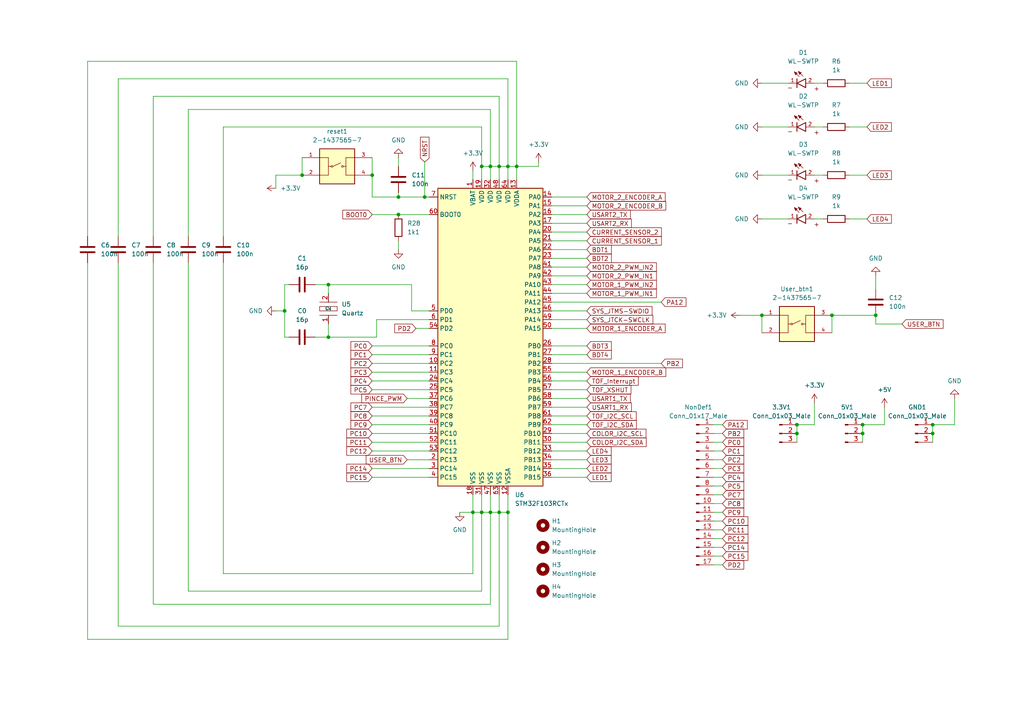
<source format=kicad_sch>
(kicad_sch (version 20211123) (generator eeschema)
  (paper "A4")
  (lib_symbols
    (symbol "2-1437565-7:2-1437565-7" (pin_names (offset 1.016))
      (property "Reference" "S" (at -4.5754 5.5922 0))
      (property "Value" "2-1437565-7" (at -5.0894 -6.8707 0))
      (symbol "2-1437565-7_0_0"
        (rectangle (start -5.08 -5.08) (end 5.08 5.08) (stroke (width 0.254)) (fill (type background)))
        (circle (center -1.524 0) (radius 0.254) (stroke (width 0.1524)))
        (polyline (pts (xy -5.08 2.54) (xy -2.54 2.54)) (stroke (width 0.1524)))
        (polyline (pts (xy -2.54 -2.54) (xy -5.08 -2.54)) (stroke (width 0.1524)))
        (polyline (pts (xy -2.54 0) (xy -2.54 -2.54)) (stroke (width 0.1524)))
        (polyline (pts (xy -2.54 0) (xy -1.778 0)) (stroke (width 0.1524)))
        (polyline (pts (xy -2.54 2.54) (xy -2.54 0)) (stroke (width 0.1524)))
        (polyline (pts (xy -1.27 0) (xy 1.016 1.016)) (stroke (width 0.1524)))
        (polyline (pts (xy 2.54 -2.54) (xy 5.08 -2.54)) (stroke (width 0.1524)))
        (polyline (pts (xy 2.54 0) (xy 1.778 0)) (stroke (width 0.1524)))
        (polyline (pts (xy 2.54 0) (xy 2.54 -2.54)) (stroke (width 0.1524)))
        (polyline (pts (xy 2.54 2.54) (xy 2.54 0)) (stroke (width 0.1524)))
        (polyline (pts (xy 5.08 2.54) (xy 2.54 2.54)) (stroke (width 0.1524)))
        (circle (center 1.524 0) (radius 0.254) (stroke (width 0.1524)))
        (pin passive line (at -10.16 2.54 0) (length 5.08) (name "~") (number "1"))
        (pin passive line (at -10.16 -2.54 0) (length 5.08) (name "~") (number "2"))
        (pin passive line (at 10.16 2.54 180) (length 5.08) (name "~") (number "3"))
        (pin passive line (at 10.16 -2.54 180) (length 5.08) (name "~") (number "4"))
      )
    )
    (symbol "Connector:Conn_01x03_Male" (pin_names (offset 1.016) hide)
      (property "Reference" "J" (at 0 5.08 0))
      (property "Value" "Conn_01x03_Male" (at 0 -5.08 0))
      (symbol "Conn_01x03_Male_1_1"
        (polyline (pts (xy 1.27 -2.54) (xy 0.8636 -2.54)) (stroke (width 0.1524)))
        (polyline (pts (xy 1.27 0) (xy 0.8636 0)) (stroke (width 0.1524)))
        (polyline (pts (xy 1.27 2.54) (xy 0.8636 2.54)) (stroke (width 0.1524)))
        (rectangle (start 0.8636 -2.413) (end 0 -2.667) (stroke (width 0.1524)) (fill (type outline)))
        (rectangle (start 0.8636 0.127) (end 0 -0.127) (stroke (width 0.1524)) (fill (type outline)))
        (rectangle (start 0.8636 2.667) (end 0 2.413) (stroke (width 0.1524)) (fill (type outline)))
        (pin passive line (at 5.08 2.54 180) (length 3.81) (name "Pin_1") (number "1"))
        (pin passive line (at 5.08 0 180) (length 3.81) (name "Pin_2") (number "2"))
        (pin passive line (at 5.08 -2.54 180) (length 3.81) (name "Pin_3") (number "3"))
      )
    )
    (symbol "Connector:Conn_01x17_Male" (pin_names (offset 1.016) hide)
      (property "Reference" "J" (at 0 22.86 0))
      (property "Value" "Conn_01x17_Male" (at 0 -22.86 0))
      (symbol "Conn_01x17_Male_1_1"
        (polyline (pts (xy 1.27 -20.32) (xy 0.8636 -20.32)) (stroke (width 0.1524)))
        (polyline (pts (xy 1.27 -17.78) (xy 0.8636 -17.78)) (stroke (width 0.1524)))
        (polyline (pts (xy 1.27 -15.24) (xy 0.8636 -15.24)) (stroke (width 0.1524)))
        (polyline (pts (xy 1.27 -12.7) (xy 0.8636 -12.7)) (stroke (width 0.1524)))
        (polyline (pts (xy 1.27 -10.16) (xy 0.8636 -10.16)) (stroke (width 0.1524)))
        (polyline (pts (xy 1.27 -7.62) (xy 0.8636 -7.62)) (stroke (width 0.1524)))
        (polyline (pts (xy 1.27 -5.08) (xy 0.8636 -5.08)) (stroke (width 0.1524)))
        (polyline (pts (xy 1.27 -2.54) (xy 0.8636 -2.54)) (stroke (width 0.1524)))
        (polyline (pts (xy 1.27 0) (xy 0.8636 0)) (stroke (width 0.1524)))
        (polyline (pts (xy 1.27 2.54) (xy 0.8636 2.54)) (stroke (width 0.1524)))
        (polyline (pts (xy 1.27 5.08) (xy 0.8636 5.08)) (stroke (width 0.1524)))
        (polyline (pts (xy 1.27 7.62) (xy 0.8636 7.62)) (stroke (width 0.1524)))
        (polyline (pts (xy 1.27 10.16) (xy 0.8636 10.16)) (stroke (width 0.1524)))
        (polyline (pts (xy 1.27 12.7) (xy 0.8636 12.7)) (stroke (width 0.1524)))
        (polyline (pts (xy 1.27 15.24) (xy 0.8636 15.24)) (stroke (width 0.1524)))
        (polyline (pts (xy 1.27 17.78) (xy 0.8636 17.78)) (stroke (width 0.1524)))
        (polyline (pts (xy 1.27 20.32) (xy 0.8636 20.32)) (stroke (width 0.1524)))
        (rectangle (start 0.8636 -20.193) (end 0 -20.447) (stroke (width 0.1524)) (fill (type outline)))
        (rectangle (start 0.8636 -17.653) (end 0 -17.907) (stroke (width 0.1524)) (fill (type outline)))
        (rectangle (start 0.8636 -15.113) (end 0 -15.367) (stroke (width 0.1524)) (fill (type outline)))
        (rectangle (start 0.8636 -12.573) (end 0 -12.827) (stroke (width 0.1524)) (fill (type outline)))
        (rectangle (start 0.8636 -10.033) (end 0 -10.287) (stroke (width 0.1524)) (fill (type outline)))
        (rectangle (start 0.8636 -7.493) (end 0 -7.747) (stroke (width 0.1524)) (fill (type outline)))
        (rectangle (start 0.8636 -4.953) (end 0 -5.207) (stroke (width 0.1524)) (fill (type outline)))
        (rectangle (start 0.8636 -2.413) (end 0 -2.667) (stroke (width 0.1524)) (fill (type outline)))
        (rectangle (start 0.8636 0.127) (end 0 -0.127) (stroke (width 0.1524)) (fill (type outline)))
        (rectangle (start 0.8636 2.667) (end 0 2.413) (stroke (width 0.1524)) (fill (type outline)))
        (rectangle (start 0.8636 5.207) (end 0 4.953) (stroke (width 0.1524)) (fill (type outline)))
        (rectangle (start 0.8636 7.747) (end 0 7.493) (stroke (width 0.1524)) (fill (type outline)))
        (rectangle (start 0.8636 10.287) (end 0 10.033) (stroke (width 0.1524)) (fill (type outline)))
        (rectangle (start 0.8636 12.827) (end 0 12.573) (stroke (width 0.1524)) (fill (type outline)))
        (rectangle (start 0.8636 15.367) (end 0 15.113) (stroke (width 0.1524)) (fill (type outline)))
        (rectangle (start 0.8636 17.907) (end 0 17.653) (stroke (width 0.1524)) (fill (type outline)))
        (rectangle (start 0.8636 20.447) (end 0 20.193) (stroke (width 0.1524)) (fill (type outline)))
        (pin passive line (at 5.08 20.32 180) (length 3.81) (name "Pin_1") (number "1"))
        (pin passive line (at 5.08 -2.54 180) (length 3.81) (name "Pin_10") (number "10"))
        (pin passive line (at 5.08 -5.08 180) (length 3.81) (name "Pin_11") (number "11"))
        (pin passive line (at 5.08 -7.62 180) (length 3.81) (name "Pin_12") (number "12"))
        (pin passive line (at 5.08 -10.16 180) (length 3.81) (name "Pin_13") (number "13"))
        (pin passive line (at 5.08 -12.7 180) (length 3.81) (name "Pin_14") (number "14"))
        (pin passive line (at 5.08 -15.24 180) (length 3.81) (name "Pin_15") (number "15"))
        (pin passive line (at 5.08 -17.78 180) (length 3.81) (name "Pin_16") (number "16"))
        (pin passive line (at 5.08 -20.32 180) (length 3.81) (name "Pin_17") (number "17"))
        (pin passive line (at 5.08 17.78 180) (length 3.81) (name "Pin_2") (number "2"))
        (pin passive line (at 5.08 15.24 180) (length 3.81) (name "Pin_3") (number "3"))
        (pin passive line (at 5.08 12.7 180) (length 3.81) (name "Pin_4") (number "4"))
        (pin passive line (at 5.08 10.16 180) (length 3.81) (name "Pin_5") (number "5"))
        (pin passive line (at 5.08 7.62 180) (length 3.81) (name "Pin_6") (number "6"))
        (pin passive line (at 5.08 5.08 180) (length 3.81) (name "Pin_7") (number "7"))
        (pin passive line (at 5.08 2.54 180) (length 3.81) (name "Pin_8") (number "8"))
        (pin passive line (at 5.08 0 180) (length 3.81) (name "Pin_9") (number "9"))
      )
    )
    (symbol "Device:C" (pin_numbers hide) (pin_names (offset 0.254))
      (property "Reference" "C" (at 0.635 2.54 0))
      (property "Value" "C" (at 0.635 -2.54 0))
      (symbol "C_0_1"
        (polyline (pts (xy -2.032 -0.762) (xy 2.032 -0.762)) (stroke (width 0.508)))
        (polyline (pts (xy -2.032 0.762) (xy 2.032 0.762)) (stroke (width 0.508)))
      )
      (symbol "C_1_1"
        (pin passive line (at 0 3.81 270) (length 2.794) (name "~") (number "1"))
        (pin passive line (at 0 -3.81 90) (length 2.794) (name "~") (number "2"))
      )
    )
    (symbol "Device:R" (pin_numbers hide) (pin_names (offset 0))
      (property "Reference" "R" (at 2.032 0 90))
      (property "Value" "R" (at 0 0 90))
      (symbol "R_0_1"
        (rectangle (start -1.016 -2.54) (end 1.016 2.54) (stroke (width 0.254)))
      )
      (symbol "R_1_1"
        (pin passive line (at 0 3.81 270) (length 1.27) (name "~") (number "1"))
        (pin passive line (at 0 -3.81 90) (length 1.27) (name "~") (number "2"))
      )
    )
    (symbol "MCU_ST_STM32F1:STM32F103RCTx"
      (property "Reference" "U" (at -15.24 44.45 0))
      (property "Value" "STM32F103RCTx" (at 10.16 44.45 0))
      (symbol "STM32F103RCTx_0_1"
        (rectangle (start -15.24 -43.18) (end 15.24 43.18) (stroke (width 0.254)) (fill (type background)))
      )
      (symbol "STM32F103RCTx_1_1"
        (pin power_in line (at -5.08 45.72 270) (length 2.54) (name "VBAT") (number "1"))
        (pin bidirectional line (at -17.78 -7.62 0) (length 2.54) (name "PC2") (number "10"))
        (pin bidirectional line (at -17.78 -10.16 0) (length 2.54) (name "PC3") (number "11"))
        (pin power_in line (at 5.08 -45.72 90) (length 2.54) (name "VSSA") (number "12"))
        (pin power_in line (at 7.62 45.72 270) (length 2.54) (name "VDDA") (number "13"))
        (pin bidirectional line (at 17.78 40.64 180) (length 2.54) (name "PA0") (number "14"))
        (pin bidirectional line (at 17.78 38.1 180) (length 2.54) (name "PA1") (number "15"))
        (pin bidirectional line (at 17.78 35.56 180) (length 2.54) (name "PA2") (number "16"))
        (pin bidirectional line (at 17.78 33.02 180) (length 2.54) (name "PA3") (number "17"))
        (pin power_in line (at -5.08 -45.72 90) (length 2.54) (name "VSS") (number "18"))
        (pin power_in line (at -2.54 45.72 270) (length 2.54) (name "VDD") (number "19"))
        (pin bidirectional line (at -17.78 -35.56 0) (length 2.54) (name "PC13") (number "2"))
        (pin bidirectional line (at 17.78 30.48 180) (length 2.54) (name "PA4") (number "20"))
        (pin bidirectional line (at 17.78 27.94 180) (length 2.54) (name "PA5") (number "21"))
        (pin bidirectional line (at 17.78 25.4 180) (length 2.54) (name "PA6") (number "22"))
        (pin bidirectional line (at 17.78 22.86 180) (length 2.54) (name "PA7") (number "23"))
        (pin bidirectional line (at -17.78 -12.7 0) (length 2.54) (name "PC4") (number "24"))
        (pin bidirectional line (at -17.78 -15.24 0) (length 2.54) (name "PC5") (number "25"))
        (pin bidirectional line (at 17.78 -2.54 180) (length 2.54) (name "PB0") (number "26"))
        (pin bidirectional line (at 17.78 -5.08 180) (length 2.54) (name "PB1") (number "27"))
        (pin bidirectional line (at 17.78 -7.62 180) (length 2.54) (name "PB2") (number "28"))
        (pin bidirectional line (at 17.78 -27.94 180) (length 2.54) (name "PB10") (number "29"))
        (pin bidirectional line (at -17.78 -38.1 0) (length 2.54) (name "PC14") (number "3"))
        (pin bidirectional line (at 17.78 -30.48 180) (length 2.54) (name "PB11") (number "30"))
        (pin power_in line (at -2.54 -45.72 90) (length 2.54) (name "VSS") (number "31"))
        (pin power_in line (at 0 45.72 270) (length 2.54) (name "VDD") (number "32"))
        (pin bidirectional line (at 17.78 -33.02 180) (length 2.54) (name "PB12") (number "33"))
        (pin bidirectional line (at 17.78 -35.56 180) (length 2.54) (name "PB13") (number "34"))
        (pin bidirectional line (at 17.78 -38.1 180) (length 2.54) (name "PB14") (number "35"))
        (pin bidirectional line (at 17.78 -40.64 180) (length 2.54) (name "PB15") (number "36"))
        (pin bidirectional line (at -17.78 -17.78 0) (length 2.54) (name "PC6") (number "37"))
        (pin bidirectional line (at -17.78 -20.32 0) (length 2.54) (name "PC7") (number "38"))
        (pin bidirectional line (at -17.78 -22.86 0) (length 2.54) (name "PC8") (number "39"))
        (pin bidirectional line (at -17.78 -40.64 0) (length 2.54) (name "PC15") (number "4"))
        (pin bidirectional line (at -17.78 -25.4 0) (length 2.54) (name "PC9") (number "40"))
        (pin bidirectional line (at 17.78 20.32 180) (length 2.54) (name "PA8") (number "41"))
        (pin bidirectional line (at 17.78 17.78 180) (length 2.54) (name "PA9") (number "42"))
        (pin bidirectional line (at 17.78 15.24 180) (length 2.54) (name "PA10") (number "43"))
        (pin bidirectional line (at 17.78 12.7 180) (length 2.54) (name "PA11") (number "44"))
        (pin bidirectional line (at 17.78 10.16 180) (length 2.54) (name "PA12") (number "45"))
        (pin bidirectional line (at 17.78 7.62 180) (length 2.54) (name "PA13") (number "46"))
        (pin power_in line (at 0 -45.72 90) (length 2.54) (name "VSS") (number "47"))
        (pin power_in line (at 2.54 45.72 270) (length 2.54) (name "VDD") (number "48"))
        (pin bidirectional line (at 17.78 5.08 180) (length 2.54) (name "PA14") (number "49"))
        (pin input line (at -17.78 7.62 0) (length 2.54) (name "PD0") (number "5"))
        (pin bidirectional line (at 17.78 2.54 180) (length 2.54) (name "PA15") (number "50"))
        (pin bidirectional line (at -17.78 -27.94 0) (length 2.54) (name "PC10") (number "51"))
        (pin bidirectional line (at -17.78 -30.48 0) (length 2.54) (name "PC11") (number "52"))
        (pin bidirectional line (at -17.78 -33.02 0) (length 2.54) (name "PC12") (number "53"))
        (pin bidirectional line (at -17.78 2.54 0) (length 2.54) (name "PD2") (number "54"))
        (pin bidirectional line (at 17.78 -10.16 180) (length 2.54) (name "PB3") (number "55"))
        (pin bidirectional line (at 17.78 -12.7 180) (length 2.54) (name "PB4") (number "56"))
        (pin bidirectional line (at 17.78 -15.24 180) (length 2.54) (name "PB5") (number "57"))
        (pin bidirectional line (at 17.78 -17.78 180) (length 2.54) (name "PB6") (number "58"))
        (pin bidirectional line (at 17.78 -20.32 180) (length 2.54) (name "PB7") (number "59"))
        (pin input line (at -17.78 5.08 0) (length 2.54) (name "PD1") (number "6"))
        (pin input line (at -17.78 35.56 0) (length 2.54) (name "BOOT0") (number "60"))
        (pin bidirectional line (at 17.78 -22.86 180) (length 2.54) (name "PB8") (number "61"))
        (pin bidirectional line (at 17.78 -25.4 180) (length 2.54) (name "PB9") (number "62"))
        (pin power_in line (at 2.54 -45.72 90) (length 2.54) (name "VSS") (number "63"))
        (pin power_in line (at 5.08 45.72 270) (length 2.54) (name "VDD") (number "64"))
        (pin input line (at -17.78 40.64 0) (length 2.54) (name "NRST") (number "7"))
        (pin bidirectional line (at -17.78 -2.54 0) (length 2.54) (name "PC0") (number "8"))
        (pin bidirectional line (at -17.78 -5.08 0) (length 2.54) (name "PC1") (number "9"))
      )
    )
    (symbol "Mechanical:MountingHole" (pin_names (offset 1.016))
      (property "Reference" "H" (at 0 5.08 0))
      (property "Value" "MountingHole" (at 0 3.175 0))
      (symbol "MountingHole_0_1"
        (circle (center 0 0) (radius 1.27) (stroke (width 1.27)))
      )
    )
    (symbol "RoboLib:Quartz" (pin_names (offset 1))
      (property "Reference" "U" (at 0 0 0))
      (property "Value" "Quartz" (at 0 0 0))
      (symbol "Quartz_0_1"
        (polyline (pts (xy -7.62 -2.54) (xy -7.62 -7.62)))
        (polyline (pts (xy -3.81 -2.54) (xy -3.81 -7.62)))
        (polyline (pts (xy -6.35 -2.54) (xy -6.35 -7.62) (xy -5.08 -7.62) (xy -5.08 -2.54) (xy -6.35 -2.54)))
      )
      (symbol "Quartz_1_1"
        (pin input line (at -10.16 -5.08 0) (length 2.54) (name "1") (number "1"))
        (pin input line (at -1.27 -5.08 180) (length 2.54) (name "2") (number "2"))
      )
    )
    (symbol "WL-SWTP:WL-SWTP" (pin_names (offset 1.016))
      (property "Reference" "D" (at -0.635 4.445 0))
      (property "Value" "WL-SWTP" (at -0.635 -4.445 0))
      (symbol "WL-SWTP_0_0"
        (polyline (pts (xy 0 -1.27) (xy 0 0)) (stroke (width 0.254)))
        (polyline (pts (xy 0 0) (xy 0 1.27)) (stroke (width 0.254)))
        (polyline (pts (xy 0 0) (xy 2.54 1.27)) (stroke (width 0.254)))
        (polyline (pts (xy 0.635 1.905) (xy -0.762 3.302)) (stroke (width 0.1524)))
        (polyline (pts (xy 1.778 2.032) (xy 0.381 3.429)) (stroke (width 0.1524)))
        (polyline (pts (xy 2.54 -1.27) (xy 0 0)) (stroke (width 0.254)))
        (polyline (pts (xy 2.54 -1.27) (xy 2.54 1.27)) (stroke (width 0.254)))
        (polyline (pts (xy -0.381 2.413) (xy -0.762 3.302) (xy 0.127 2.921) (xy -0.381 2.413)) (stroke (width 0.1524)) (fill (type outline)))
        (polyline (pts (xy 0.762 2.54) (xy 0.381 3.429) (xy 1.27 3.048) (xy 0.762 2.54)) (stroke (width 0.1524)) (fill (type outline)))
        (text "+" (at 4.82 -2.3 0) (effects (font (size 1.27 1.27)) (justify left bottom)))
        (text "-" (at -2.88 -2.04 0) (effects (font (size 1.27 1.27)) (justify left bottom)))
        (pin bidirectional line (at -2.54 0 0) (length 2.54) (name "~") (number "1"))
        (pin bidirectional line (at 5.08 0 180) (length 2.54) (name "~") (number "2"))
      )
    )
    (symbol "power:+3.3V" (power) (pin_names (offset 0))
      (property "Value" "+3.3V" (at 0 3.556 0))
      (symbol "+3.3V_0_1"
        (polyline (pts (xy -0.762 1.27) (xy 0 2.54)))
        (polyline (pts (xy 0 0) (xy 0 2.54)))
        (polyline (pts (xy 0 2.54) (xy 0.762 1.27)))
      )
      (symbol "+3.3V_1_1"
        (pin power_in line (at 0 0 90) (length 0) hide (name "+3.3V") (number "1"))
      )
    )
    (symbol "power:+5V" (power) (pin_names (offset 0))
      (property "Value" "+5V" (at 0 3.556 0))
      (symbol "+5V_0_1"
        (polyline (pts (xy -0.762 1.27) (xy 0 2.54)))
        (polyline (pts (xy 0 0) (xy 0 2.54)))
        (polyline (pts (xy 0 2.54) (xy 0.762 1.27)))
      )
      (symbol "+5V_1_1"
        (pin power_in line (at 0 0 90) (length 0) hide (name "+5V") (number "1"))
      )
    )
    (symbol "power:GND" (power) (pin_names (offset 0))
      (property "Value" "GND" (at 0 -3.81 0))
      (symbol "GND_0_1"
        (polyline (pts (xy 0 0) (xy 0 -1.27) (xy 1.27 -1.27) (xy 0 -2.54) (xy -1.27 -1.27) (xy 0 -1.27)))
      )
      (symbol "GND_1_1"
        (pin power_in line (at 0 0 270) (length 0) hide (name "GND") (number "1"))
      )
    )
  )
  (junction (at 82.55 90.17))
  (junction (at 231.14 123.19))
  (junction (at 87.63 50.8))
  (junction (at 137.16 148.59))
  (junction (at 144.78 148.59))
  (junction (at 142.24 148.59))
  (junction (at 139.7 148.59))
  (junction (at 147.32 148.59))
  (junction (at 115.57 62.23))
  (junction (at 270.51 123.19))
  (junction (at 254 91.44))
  (junction (at 231.14 125.73))
  (junction (at 250.19 125.73))
  (junction (at 95.25 82.55))
  (junction (at 250.19 123.19))
  (junction (at 107.95 50.8))
  (junction (at 270.51 125.73))
  (junction (at 95.25 97.79))
  (junction (at 139.7 48.26))
  (junction (at 115.57 57.15))
  (junction (at 147.32 48.26))
  (junction (at 142.24 48.26))
  (junction (at 144.78 48.26))
  (junction (at 149.86 48.26))
  (junction (at 220.98 91.44))
  (junction (at 241.3 91.44))
  (junction (at 123.19 57.15))
  (wire (pts (xy 270.51 125.73) (xy 270.51 128.27)))
  (wire (pts (xy 137.16 49.53) (xy 137.16 52.07)))
  (wire (pts (xy 83.82 97.79) (xy 82.55 97.79)))
  (wire (pts (xy 123.19 57.15) (xy 124.46 57.15)))
  (wire (pts (xy 231.14 125.73) (xy 231.14 128.27)))
  (wire (pts (xy 64.77 166.37) (xy 137.16 166.37)))
  (wire (pts (xy 44.45 175.26) (xy 142.24 175.26)))
  (wire (pts (xy 236.22 116.84) (xy 236.22 123.19)))
  (wire (pts (xy 160.02 90.17) (xy 170.18 90.17)))
  (wire (pts (xy 160.02 64.77) (xy 170.18 64.77)))
  (wire (pts (xy 207.01 158.75) (xy 209.55 158.75)))
  (wire (pts (xy 207.01 156.21) (xy 209.55 156.21)))
  (wire (pts (xy 142.24 31.75) (xy 142.24 48.26)))
  (wire (pts (xy 115.57 55.88) (xy 115.57 57.15)))
  (wire (pts (xy 261.62 93.98) (xy 254 93.98)))
  (wire (pts (xy 160.02 72.39) (xy 170.18 72.39)))
  (wire (pts (xy 149.86 17.78) (xy 149.86 48.26)))
  (wire (pts (xy 207.01 140.97) (xy 209.55 140.97)))
  (wire (pts (xy 147.32 148.59) (xy 147.32 143.51)))
  (wire (pts (xy 270.51 123.19) (xy 276.86 123.19)))
  (wire (pts (xy 160.02 135.89) (xy 170.18 135.89)))
  (wire (pts (xy 139.7 148.59) (xy 142.24 148.59)))
  (wire (pts (xy 118.11 133.35) (xy 124.46 133.35)))
  (wire (pts (xy 160.02 77.47) (xy 170.18 77.47)))
  (wire (pts (xy 115.57 62.23) (xy 124.46 62.23)))
  (wire (pts (xy 107.95 118.11) (xy 124.46 118.11)))
  (wire (pts (xy 80.01 50.8) (xy 87.63 50.8)))
  (wire (pts (xy 207.01 146.05) (xy 209.55 146.05)))
  (wire (pts (xy 156.21 46.99) (xy 156.21 48.26)))
  (wire (pts (xy 44.45 76.2) (xy 44.45 175.26)))
  (wire (pts (xy 160.02 102.87) (xy 170.18 102.87)))
  (wire (pts (xy 118.11 115.57) (xy 124.46 115.57)))
  (wire (pts (xy 220.98 63.5) (xy 228.6 63.5)))
  (wire (pts (xy 107.95 123.19) (xy 124.46 123.19)))
  (wire (pts (xy 246.38 24.13) (xy 251.46 24.13)))
  (wire (pts (xy 160.02 100.33) (xy 170.18 100.33)))
  (wire (pts (xy 144.78 27.94) (xy 144.78 48.26)))
  (wire (pts (xy 207.01 161.29) (xy 209.55 161.29)))
  (wire (pts (xy 44.45 27.94) (xy 144.78 27.94)))
  (wire (pts (xy 246.38 63.5) (xy 251.46 63.5)))
  (wire (pts (xy 254 80.01) (xy 254 83.82)))
  (wire (pts (xy 149.86 48.26) (xy 149.86 52.07)))
  (wire (pts (xy 133.35 148.59) (xy 137.16 148.59)))
  (wire (pts (xy 144.78 148.59) (xy 147.32 148.59)))
  (wire (pts (xy 246.38 50.8) (xy 251.46 50.8)))
  (wire (pts (xy 160.02 87.63) (xy 191.77 87.63)))
  (wire (pts (xy 207.01 135.89) (xy 209.55 135.89)))
  (wire (pts (xy 91.44 82.55) (xy 95.25 82.55)))
  (wire (pts (xy 160.02 85.09) (xy 170.18 85.09)))
  (wire (pts (xy 160.02 57.15) (xy 170.18 57.15)))
  (wire (pts (xy 137.16 166.37) (xy 137.16 148.59)))
  (wire (pts (xy 160.02 115.57) (xy 170.18 115.57)))
  (wire (pts (xy 25.4 68.58) (xy 25.4 17.78)))
  (wire (pts (xy 149.86 48.26) (xy 147.32 48.26)))
  (wire (pts (xy 276.86 115.57) (xy 276.86 123.19)))
  (wire (pts (xy 25.4 76.2) (xy 25.4 185.42)))
  (wire (pts (xy 236.22 63.5) (xy 238.76 63.5)))
  (wire (pts (xy 142.24 48.26) (xy 142.24 52.07)))
  (wire (pts (xy 115.57 45.72) (xy 115.57 48.26)))
  (wire (pts (xy 107.95 57.15) (xy 107.95 50.8)))
  (wire (pts (xy 254 93.98) (xy 254 91.44)))
  (wire (pts (xy 246.38 36.83) (xy 251.46 36.83)))
  (wire (pts (xy 44.45 68.58) (xy 44.45 27.94)))
  (wire (pts (xy 54.61 171.45) (xy 139.7 171.45)))
  (wire (pts (xy 250.19 125.73) (xy 250.19 128.27)))
  (wire (pts (xy 142.24 148.59) (xy 142.24 143.51)))
  (wire (pts (xy 156.21 48.26) (xy 149.86 48.26)))
  (wire (pts (xy 95.25 82.55) (xy 119.38 82.55)))
  (wire (pts (xy 123.19 46.99) (xy 123.19 57.15)))
  (wire (pts (xy 160.02 138.43) (xy 170.18 138.43)))
  (wire (pts (xy 207.01 123.19) (xy 209.55 123.19)))
  (wire (pts (xy 214.63 91.44) (xy 220.98 91.44)))
  (wire (pts (xy 107.95 110.49) (xy 124.46 110.49)))
  (wire (pts (xy 107.95 62.23) (xy 115.57 62.23)))
  (wire (pts (xy 220.98 50.8) (xy 228.6 50.8)))
  (wire (pts (xy 142.24 148.59) (xy 144.78 148.59)))
  (wire (pts (xy 160.02 107.95) (xy 170.18 107.95)))
  (wire (pts (xy 82.55 90.17) (xy 82.55 82.55)))
  (wire (pts (xy 34.29 76.2) (xy 34.29 181.61)))
  (wire (pts (xy 207.01 128.27) (xy 209.55 128.27)))
  (wire (pts (xy 107.95 100.33) (xy 124.46 100.33)))
  (wire (pts (xy 107.95 45.72) (xy 107.95 50.8)))
  (wire (pts (xy 160.02 80.01) (xy 170.18 80.01)))
  (wire (pts (xy 160.02 69.85) (xy 170.18 69.85)))
  (wire (pts (xy 207.01 148.59) (xy 209.55 148.59)))
  (wire (pts (xy 160.02 110.49) (xy 170.18 110.49)))
  (wire (pts (xy 207.01 143.51) (xy 209.55 143.51)))
  (wire (pts (xy 107.95 125.73) (xy 124.46 125.73)))
  (wire (pts (xy 144.78 148.59) (xy 144.78 143.51)))
  (wire (pts (xy 256.54 118.11) (xy 256.54 123.19)))
  (wire (pts (xy 139.7 171.45) (xy 139.7 148.59)))
  (wire (pts (xy 160.02 74.93) (xy 170.18 74.93)))
  (wire (pts (xy 160.02 125.73) (xy 170.18 125.73)))
  (wire (pts (xy 142.24 48.26) (xy 139.7 48.26)))
  (wire (pts (xy 160.02 123.19) (xy 170.18 123.19)))
  (wire (pts (xy 139.7 36.83) (xy 64.77 36.83)))
  (wire (pts (xy 54.61 31.75) (xy 142.24 31.75)))
  (wire (pts (xy 231.14 123.19) (xy 231.14 125.73)))
  (wire (pts (xy 107.95 130.81) (xy 124.46 130.81)))
  (wire (pts (xy 54.61 76.2) (xy 54.61 171.45)))
  (wire (pts (xy 107.95 113.03) (xy 124.46 113.03)))
  (wire (pts (xy 95.25 97.79) (xy 109.22 97.79)))
  (wire (pts (xy 147.32 185.42) (xy 147.32 148.59)))
  (wire (pts (xy 139.7 148.59) (xy 139.7 143.51)))
  (wire (pts (xy 109.22 97.79) (xy 109.22 92.71)))
  (wire (pts (xy 139.7 48.26) (xy 139.7 36.83)))
  (wire (pts (xy 160.02 82.55) (xy 170.18 82.55)))
  (wire (pts (xy 207.01 125.73) (xy 209.55 125.73)))
  (wire (pts (xy 87.63 45.72) (xy 87.63 50.8)))
  (wire (pts (xy 107.95 107.95) (xy 124.46 107.95)))
  (wire (pts (xy 241.3 91.44) (xy 241.3 96.52)))
  (wire (pts (xy 207.01 151.13) (xy 209.55 151.13)))
  (wire (pts (xy 64.77 36.83) (xy 64.77 68.58)))
  (wire (pts (xy 147.32 22.86) (xy 34.29 22.86)))
  (wire (pts (xy 25.4 17.78) (xy 149.86 17.78)))
  (wire (pts (xy 147.32 48.26) (xy 144.78 48.26)))
  (wire (pts (xy 160.02 130.81) (xy 170.18 130.81)))
  (wire (pts (xy 115.57 57.15) (xy 123.19 57.15)))
  (wire (pts (xy 241.3 91.44) (xy 254 91.44)))
  (wire (pts (xy 80.01 50.8) (xy 80.01 54.61)))
  (wire (pts (xy 137.16 148.59) (xy 137.16 143.51)))
  (wire (pts (xy 160.02 118.11) (xy 170.18 118.11)))
  (wire (pts (xy 119.38 82.55) (xy 119.38 90.17)))
  (wire (pts (xy 250.19 123.19) (xy 256.54 123.19)))
  (wire (pts (xy 34.29 181.61) (xy 144.78 181.61)))
  (wire (pts (xy 144.78 48.26) (xy 142.24 48.26)))
  (wire (pts (xy 107.95 120.65) (xy 124.46 120.65)))
  (wire (pts (xy 220.98 24.13) (xy 228.6 24.13)))
  (wire (pts (xy 147.32 52.07) (xy 147.32 48.26)))
  (wire (pts (xy 160.02 133.35) (xy 170.18 133.35)))
  (wire (pts (xy 54.61 68.58) (xy 54.61 31.75)))
  (wire (pts (xy 250.19 123.19) (xy 250.19 125.73)))
  (wire (pts (xy 142.24 175.26) (xy 142.24 148.59)))
  (wire (pts (xy 95.25 82.55) (xy 95.25 85.09)))
  (wire (pts (xy 64.77 76.2) (xy 64.77 166.37)))
  (wire (pts (xy 120.65 95.25) (xy 124.46 95.25)))
  (wire (pts (xy 236.22 36.83) (xy 238.76 36.83)))
  (wire (pts (xy 160.02 120.65) (xy 170.18 120.65)))
  (wire (pts (xy 236.22 50.8) (xy 238.76 50.8)))
  (wire (pts (xy 207.01 153.67) (xy 209.55 153.67)))
  (wire (pts (xy 144.78 48.26) (xy 144.78 52.07)))
  (wire (pts (xy 207.01 130.81) (xy 209.55 130.81)))
  (wire (pts (xy 82.55 97.79) (xy 82.55 90.17)))
  (wire (pts (xy 160.02 67.31) (xy 170.18 67.31)))
  (wire (pts (xy 80.01 90.17) (xy 82.55 90.17)))
  (wire (pts (xy 207.01 163.83) (xy 209.55 163.83)))
  (wire (pts (xy 139.7 52.07) (xy 139.7 48.26)))
  (wire (pts (xy 107.95 135.89) (xy 124.46 135.89)))
  (wire (pts (xy 160.02 62.23) (xy 170.18 62.23)))
  (wire (pts (xy 236.22 24.13) (xy 238.76 24.13)))
  (wire (pts (xy 107.95 138.43) (xy 124.46 138.43)))
  (wire (pts (xy 34.29 22.86) (xy 34.29 68.58)))
  (wire (pts (xy 91.44 97.79) (xy 95.25 97.79)))
  (wire (pts (xy 270.51 123.19) (xy 270.51 125.73)))
  (wire (pts (xy 107.95 105.41) (xy 124.46 105.41)))
  (wire (pts (xy 160.02 92.71) (xy 170.18 92.71)))
  (wire (pts (xy 207.01 133.35) (xy 209.55 133.35)))
  (wire (pts (xy 107.95 102.87) (xy 124.46 102.87)))
  (wire (pts (xy 220.98 91.44) (xy 220.98 96.52)))
  (wire (pts (xy 109.22 92.71) (xy 124.46 92.71)))
  (wire (pts (xy 82.55 82.55) (xy 83.82 82.55)))
  (wire (pts (xy 160.02 105.41) (xy 191.77 105.41)))
  (wire (pts (xy 119.38 90.17) (xy 124.46 90.17)))
  (wire (pts (xy 95.25 93.98) (xy 95.25 97.79)))
  (wire (pts (xy 160.02 113.03) (xy 170.18 113.03)))
  (wire (pts (xy 107.95 57.15) (xy 115.57 57.15)))
  (wire (pts (xy 231.14 123.19) (xy 236.22 123.19)))
  (wire (pts (xy 160.02 95.25) (xy 170.18 95.25)))
  (wire (pts (xy 147.32 48.26) (xy 147.32 22.86)))
  (wire (pts (xy 25.4 185.42) (xy 147.32 185.42)))
  (wire (pts (xy 144.78 181.61) (xy 144.78 148.59)))
  (wire (pts (xy 115.57 69.85) (xy 115.57 72.39)))
  (wire (pts (xy 207.01 138.43) (xy 209.55 138.43)))
  (wire (pts (xy 107.95 128.27) (xy 124.46 128.27)))
  (wire (pts (xy 160.02 59.69) (xy 170.18 59.69)))
  (wire (pts (xy 137.16 148.59) (xy 139.7 148.59)))
  (wire (pts (xy 220.98 36.83) (xy 228.6 36.83)))
  (wire (pts (xy 160.02 128.27) (xy 170.18 128.27)))
  (global_label "PC0" (shape input) (at 209.55 128.27 0) (property "Intersheet References" "${INTERSHEET_REFS}" (effects hide)))
  (global_label "PC3" (shape input) (at 107.95 107.95 180) (property "Intersheet References" "${INTERSHEET_REFS}" (effects hide)))
  (global_label "PC14" (shape input) (at 107.95 135.89 180) (property "Intersheet References" "${INTERSHEET_REFS}" (effects hide)))
  (global_label "USART2_RX" (shape input) (at 170.18 64.77 0) (property "Intersheet References" "${INTERSHEET_REFS}" (effects hide)))
  (global_label "MOTOR_2_PWM_IN1" (shape input) (at 170.18 80.01 0) (property "Intersheet References" "${INTERSHEET_REFS}" (effects hide)))
  (global_label "BDT3" (shape input) (at 170.18 100.33 0) (property "Intersheet References" "${INTERSHEET_REFS}" (effects hide)))
  (global_label "TOF_XSHUT" (shape input) (at 170.18 113.03 0) (property "Intersheet References" "${INTERSHEET_REFS}" (effects hide)))
  (global_label "PC3" (shape input) (at 209.55 135.89 0) (property "Intersheet References" "${INTERSHEET_REFS}" (effects hide)))
  (global_label "PC9" (shape input) (at 209.55 148.59 0) (property "Intersheet References" "${INTERSHEET_REFS}" (effects hide)))
  (global_label "USER_BTN" (shape input) (at 118.11 133.35 180) (property "Intersheet References" "${INTERSHEET_REFS}" (effects hide)))
  (global_label "CURRENT_SENSOR_2" (shape input) (at 170.18 67.31 0) (property "Intersheet References" "${INTERSHEET_REFS}" (effects hide)))
  (global_label "PC7" (shape input) (at 209.55 143.51 0) (property "Intersheet References" "${INTERSHEET_REFS}" (effects hide)))
  (global_label "PC9" (shape input) (at 107.95 123.19 180) (property "Intersheet References" "${INTERSHEET_REFS}" (effects hide)))
  (global_label "TOF_I2C_SDA" (shape input) (at 170.18 123.19 0) (property "Intersheet References" "${INTERSHEET_REFS}" (effects hide)))
  (global_label "CURRENT_SENSOR_1" (shape input) (at 170.18 69.85 0) (property "Intersheet References" "${INTERSHEET_REFS}" (effects hide)))
  (global_label "PINCE_PWM" (shape input) (at 118.11 115.57 180) (property "Intersheet References" "${INTERSHEET_REFS}" (effects hide)))
  (global_label "PD2" (shape input) (at 120.65 95.25 180) (property "Intersheet References" "${INTERSHEET_REFS}" (effects hide)))
  (global_label "USART1_TX" (shape input) (at 170.18 115.57 0) (property "Intersheet References" "${INTERSHEET_REFS}" (effects hide)))
  (global_label "NRST" (shape input) (at 123.19 46.99 90) (property "Intersheet References" "${INTERSHEET_REFS}" (effects hide)))
  (global_label "SYS_JTMS-SWDIO" (shape input) (at 170.18 90.17 0) (property "Intersheet References" "${INTERSHEET_REFS}" (effects hide)))
  (global_label "PA12" (shape input) (at 209.55 123.19 0) (property "Intersheet References" "${INTERSHEET_REFS}" (effects hide)))
  (global_label "PC5" (shape input) (at 209.55 140.97 0) (property "Intersheet References" "${INTERSHEET_REFS}" (effects hide)))
  (global_label "PC2" (shape input) (at 209.55 133.35 0) (property "Intersheet References" "${INTERSHEET_REFS}" (effects hide)))
  (global_label "TOF_I2C_SCL" (shape input) (at 170.18 120.65 0) (property "Intersheet References" "${INTERSHEET_REFS}" (effects hide)))
  (global_label "PC10" (shape input) (at 107.95 125.73 180) (property "Intersheet References" "${INTERSHEET_REFS}" (effects hide)))
  (global_label "BDT1" (shape input) (at 170.18 72.39 0) (property "Intersheet References" "${INTERSHEET_REFS}" (effects hide)))
  (global_label "MOTOR_2_PWM_IN2" (shape input) (at 170.18 77.47 0) (property "Intersheet References" "${INTERSHEET_REFS}" (effects hide)))
  (global_label "PC12" (shape input) (at 209.55 156.21 0) (property "Intersheet References" "${INTERSHEET_REFS}" (effects hide)))
  (global_label "PA12" (shape input) (at 191.77 87.63 0) (property "Intersheet References" "${INTERSHEET_REFS}" (effects hide)))
  (global_label "PC8" (shape input) (at 107.95 120.65 180) (property "Intersheet References" "${INTERSHEET_REFS}" (effects hide)))
  (global_label "USART2_TX" (shape input) (at 170.18 62.23 0) (property "Intersheet References" "${INTERSHEET_REFS}" (effects hide)))
  (global_label "PC15" (shape input) (at 209.55 161.29 0) (property "Intersheet References" "${INTERSHEET_REFS}" (effects hide)))
  (global_label "TOF_Interrupt" (shape input) (at 170.18 110.49 0) (property "Intersheet References" "${INTERSHEET_REFS}" (effects hide)))
  (global_label "PC14" (shape input) (at 209.55 158.75 0) (property "Intersheet References" "${INTERSHEET_REFS}" (effects hide)))
  (global_label "MOTOR_2_ENCODER_A" (shape input) (at 170.18 57.15 0) (property "Intersheet References" "${INTERSHEET_REFS}" (effects hide)))
  (global_label "PC1" (shape input) (at 107.95 102.87 180) (property "Intersheet References" "${INTERSHEET_REFS}" (effects hide)))
  (global_label "PC4" (shape input) (at 209.55 138.43 0) (property "Intersheet References" "${INTERSHEET_REFS}" (effects hide)))
  (global_label "PC1" (shape input) (at 209.55 130.81 0) (property "Intersheet References" "${INTERSHEET_REFS}" (effects hide)))
  (global_label "BDT4" (shape input) (at 170.18 102.87 0) (property "Intersheet References" "${INTERSHEET_REFS}" (effects hide)))
  (global_label "MOTOR_1_ENCODER_A" (shape input) (at 170.18 95.25 0) (property "Intersheet References" "${INTERSHEET_REFS}" (effects hide)))
  (global_label "USER_BTN" (shape input) (at 261.62 93.98 0) (property "Intersheet References" "${INTERSHEET_REFS}" (effects hide)))
  (global_label "LED1" (shape input) (at 251.46 24.13 0) (property "Intersheet References" "${INTERSHEET_REFS}" (effects hide)))
  (global_label "USART1_RX" (shape input) (at 170.18 118.11 0) (property "Intersheet References" "${INTERSHEET_REFS}" (effects hide)))
  (global_label "COLOR_I2C_SCL" (shape input) (at 170.18 125.73 0) (property "Intersheet References" "${INTERSHEET_REFS}" (effects hide)))
  (global_label "LED4" (shape input) (at 170.18 130.81 0) (property "Intersheet References" "${INTERSHEET_REFS}" (effects hide)))
  (global_label "PC5" (shape input) (at 107.95 113.03 180) (property "Intersheet References" "${INTERSHEET_REFS}" (effects hide)))
  (global_label "LED4" (shape input) (at 251.46 63.5 0) (property "Intersheet References" "${INTERSHEET_REFS}" (effects hide)))
  (global_label "PC15" (shape input) (at 107.95 138.43 180) (property "Intersheet References" "${INTERSHEET_REFS}" (effects hide)))
  (global_label "PC10" (shape input) (at 209.55 151.13 0) (property "Intersheet References" "${INTERSHEET_REFS}" (effects hide)))
  (global_label "LED3" (shape input) (at 251.46 50.8 0) (property "Intersheet References" "${INTERSHEET_REFS}" (effects hide)))
  (global_label "PC2" (shape input) (at 107.95 105.41 180) (property "Intersheet References" "${INTERSHEET_REFS}" (effects hide)))
  (global_label "PC11" (shape input) (at 107.95 128.27 180) (property "Intersheet References" "${INTERSHEET_REFS}" (effects hide)))
  (global_label "BDT2" (shape input) (at 170.18 74.93 0) (property "Intersheet References" "${INTERSHEET_REFS}" (effects hide)))
  (global_label "PB2" (shape input) (at 191.77 105.41 0) (property "Intersheet References" "${INTERSHEET_REFS}" (effects hide)))
  (global_label "SYS_JTCK-SWCLK" (shape input) (at 170.18 92.71 0) (property "Intersheet References" "${INTERSHEET_REFS}" (effects hide)))
  (global_label "LED3" (shape input) (at 170.18 133.35 0) (property "Intersheet References" "${INTERSHEET_REFS}" (effects hide)))
  (global_label "MOTOR_1_PWM_IN2" (shape input) (at 170.18 82.55 0) (property "Intersheet References" "${INTERSHEET_REFS}" (effects hide)))
  (global_label "PB2" (shape input) (at 209.55 125.73 0) (property "Intersheet References" "${INTERSHEET_REFS}" (effects hide)))
  (global_label "MOTOR_1_ENCODER_B" (shape input) (at 170.18 107.95 0) (property "Intersheet References" "${INTERSHEET_REFS}" (effects hide)))
  (global_label "PD2" (shape input) (at 209.55 163.83 0) (property "Intersheet References" "${INTERSHEET_REFS}" (effects hide)))
  (global_label "MOTOR_2_ENCODER_B" (shape input) (at 170.18 59.69 0) (property "Intersheet References" "${INTERSHEET_REFS}" (effects hide)))
  (global_label "COLOR_I2C_SDA" (shape input) (at 170.18 128.27 0) (property "Intersheet References" "${INTERSHEET_REFS}" (effects hide)))
  (global_label "MOTOR_1_PWM_IN1" (shape input) (at 170.18 85.09 0) (property "Intersheet References" "${INTERSHEET_REFS}" (effects hide)))
  (global_label "PC7" (shape input) (at 107.95 118.11 180) (property "Intersheet References" "${INTERSHEET_REFS}" (effects hide)))
  (global_label "PC12" (shape input) (at 107.95 130.81 180) (property "Intersheet References" "${INTERSHEET_REFS}" (effects hide)))
  (global_label "PC4" (shape input) (at 107.95 110.49 180) (property "Intersheet References" "${INTERSHEET_REFS}" (effects hide)))
  (global_label "PC11" (shape input) (at 209.55 153.67 0) (property "Intersheet References" "${INTERSHEET_REFS}" (effects hide)))
  (global_label "BOOT0" (shape input) (at 107.95 62.23 180) (property "Intersheet References" "${INTERSHEET_REFS}" (effects hide)))
  (global_label "LED1" (shape input) (at 170.18 138.43 0) (property "Intersheet References" "${INTERSHEET_REFS}" (effects hide)))
  (global_label "LED2" (shape input) (at 251.46 36.83 0) (property "Intersheet References" "${INTERSHEET_REFS}" (effects hide)))
  (global_label "PC0" (shape input) (at 107.95 100.33 180) (property "Intersheet References" "${INTERSHEET_REFS}" (effects hide)))
  (global_label "LED2" (shape input) (at 170.18 135.89 0) (property "Intersheet References" "${INTERSHEET_REFS}" (effects hide)))
  (global_label "PC8" (shape input) (at 209.55 146.05 0) (property "Intersheet References" "${INTERSHEET_REFS}" (effects hide)))
  (symbol (lib_id "MCU_ST_STM32F1:STM32F103RCTx") (at 142.24 97.79 0) (unit 1)
    (property "Reference" "U6" (at 149.3394 143.51 0) (effects (justify left)))
    (property "Value" "STM32F103RCTx" (at 149.3394 146.05 0) (effects (justify left)))
    (property "Footprint" "Package_QFP:LQFP-64_10x10mm_P0.5mm" (effects hide))
    (property "Datasheet" "http://www.st.com/st-web-ui/static/active/en/resource/technical/document/datasheet/CD00191185.pdf" (effects hide))
  )
  (symbol (lib_id "Connector:Conn_01x03_Male") (at 245.11 125.73 0) (unit 1)
    (property "Reference" "5V1" (at 245.745 118.11 0))
    (property "Value" "Conn_01x03_Male" (at 245.745 120.65 0))
    (property "Footprint" "Connector_PinHeader_2.54mm:PinHeader_1x03_P2.54mm_Vertical" (effects hide))
  )
  (symbol (lib_id "power:+3.3V") (at 137.16 49.53 0) (unit 1)
    (property "Reference" "#PWR0129" (effects hide))
    (property "Value" "+3.3V" (at 137.16 44.45 0))
  )
  (symbol (lib_id "Device:C") (at 34.29 72.39 0) (unit 1)
    (property "Reference" "C7" (at 38.1 71.1199 0) (effects (justify left)))
    (property "Value" "100n" (at 38.1 73.6599 0) (effects (justify left)))
    (property "Footprint" "Capacitor_SMD:C_0603_1608Metric_Pad1.08x0.95mm_HandSolder" (effects hide))
  )
  (symbol (lib_id "RoboLib:Quartz") (at 90.17 83.82 90) (unit 1)
    (property "Reference" "U5" (at 99.06 88.2649 90) (effects (justify right)))
    (property "Value" "Quartz" (at 99.06 90.8049 90) (effects (justify right)))
    (property "Footprint" "Crystal:Crystal_SMD_HC49-SD_HandSoldering" (effects hide))
  )
  (symbol (lib_id "Device:R") (at 115.57 66.04 0) (unit 1)
    (property "Reference" "R28" (at 118.11 64.7699 0) (effects (justify left)))
    (property "Value" "1k1" (at 118.11 67.3099 0) (effects (justify left)))
    (property "Footprint" "Resistor_SMD:R_0603_1608Metric_Pad0.98x0.95mm_HandSolder" (effects hide))
  )
  (symbol (lib_id "Mechanical:MountingHole") (at 157.48 158.75 0) (unit 1)
    (property "Reference" "H2" (at 160.02 157.4799 0) (effects (justify left)))
    (property "Value" "MountingHole" (at 160.02 160.0199 0) (effects (justify left)))
    (property "Footprint" "MountingHole:MountingHole_3.2mm_M3" (effects hide))
  )
  (symbol (lib_id "power:GND") (at 220.98 24.13 270) (unit 1)
    (property "Reference" "#PWR0127" (effects hide))
    (property "Value" "GND" (at 217.17 24.1299 90) (effects (justify right)))
  )
  (symbol (lib_id "power:GND") (at 115.57 72.39 0) (unit 1)
    (property "Reference" "#PWR0133" (effects hide))
    (property "Value" "GND" (at 115.57 77.47 0))
  )
  (symbol (lib_id "Connector:Conn_01x17_Male") (at 201.93 143.51 0) (unit 1)
    (property "Reference" "NonDef1" (at 202.565 118.11 0))
    (property "Value" "Conn_01x17_Male" (at 202.565 120.65 0))
    (property "Footprint" "Connector_PinHeader_2.54mm:PinHeader_1x17_P2.54mm_Vertical" (effects hide))
  )
  (symbol (lib_id "power:GND") (at 80.01 90.17 270) (unit 1)
    (property "Reference" "#PWR0132" (effects hide))
    (property "Value" "GND" (at 76.2 90.1699 90) (effects (justify right)))
  )
  (symbol (lib_id "power:GND") (at 220.98 50.8 270) (unit 1)
    (property "Reference" "#PWR0122" (effects hide))
    (property "Value" "GND" (at 217.17 50.7999 90) (effects (justify right)))
  )
  (symbol (lib_id "Mechanical:MountingHole") (at 157.48 165.1 0) (unit 1)
    (property "Reference" "H3" (at 160.02 163.8299 0) (effects (justify left)))
    (property "Value" "MountingHole" (at 160.02 166.3699 0) (effects (justify left)))
    (property "Footprint" "MountingHole:MountingHole_3.2mm_M3" (effects hide))
  )
  (symbol (lib_id "WL-SWTP:WL-SWTP") (at 231.14 24.13 0) (unit 1)
    (property "Reference" "D1" (at 232.9756 15.24 0))
    (property "Value" "WL-SWTP" (at 232.9756 17.78 0))
    (property "Footprint" "WL-SWTP:WL-SWTP_3014" (effects hide))
  )
  (symbol (lib_id "Device:R") (at 242.57 36.83 90) (unit 1)
    (property "Reference" "R7" (at 242.57 30.48 90))
    (property "Value" "1k" (at 242.57 33.02 90))
    (property "Footprint" "Resistor_SMD:R_0603_1608Metric_Pad0.98x0.95mm_HandSolder" (effects hide))
  )
  (symbol (lib_id "power:GND") (at 276.86 115.57 180) (unit 1)
    (property "Reference" "#PWR0120" (effects hide))
    (property "Value" "GND" (at 276.86 110.49 0))
  )
  (symbol (lib_id "Device:R") (at 242.57 24.13 90) (unit 1)
    (property "Reference" "R6" (at 242.57 17.78 90))
    (property "Value" "1k" (at 242.57 20.32 90))
    (property "Footprint" "Resistor_SMD:R_0603_1608Metric_Pad0.98x0.95mm_HandSolder" (effects hide))
  )
  (symbol (lib_id "Device:R") (at 242.57 50.8 90) (unit 1)
    (property "Reference" "R8" (at 242.57 44.45 90))
    (property "Value" "1k" (at 242.57 46.99 90))
    (property "Footprint" "Resistor_SMD:R_0603_1608Metric_Pad0.98x0.95mm_HandSolder" (effects hide))
  )
  (symbol (lib_id "Device:C") (at 254 87.63 0) (unit 1)
    (property "Reference" "C12" (at 257.81 86.3599 0) (effects (justify left)))
    (property "Value" "100n" (at 257.81 88.8999 0) (effects (justify left)))
    (property "Footprint" "Capacitor_SMD:C_0603_1608Metric_Pad1.08x0.95mm_HandSolder" (effects hide))
  )
  (symbol (lib_id "WL-SWTP:WL-SWTP") (at 231.14 36.83 0) (unit 1)
    (property "Reference" "D2" (at 232.9756 27.94 0))
    (property "Value" "WL-SWTP" (at 232.9756 30.48 0))
    (property "Footprint" "WL-SWTP:WL-SWTP_3014" (effects hide))
  )
  (symbol (lib_id "Device:C") (at 54.61 72.39 0) (unit 1)
    (property "Reference" "C9" (at 58.42 71.1199 0) (effects (justify left)))
    (property "Value" "100n" (at 58.42 73.6599 0) (effects (justify left)))
    (property "Footprint" "Capacitor_SMD:C_0603_1608Metric_Pad1.08x0.95mm_HandSolder" (effects hide))
  )
  (symbol (lib_id "2-1437565-7:2-1437565-7") (at 97.79 48.26 0) (unit 1)
    (property "Reference" "reset1" (at 97.79 38.1 0))
    (property "Value" "2-1437565-7" (at 97.79 40.64 0))
    (property "Footprint" "FSM2JSMA:SW_2-1437565-7" (effects hide))
    (property "Comment" "2-1437565-7" (effects hide))
  )
  (symbol (lib_id "Connector:Conn_01x03_Male") (at 265.43 125.73 0) (unit 1)
    (property "Reference" "GND1" (at 266.065 118.11 0))
    (property "Value" "Conn_01x03_Male" (at 266.065 120.65 0))
    (property "Footprint" "Connector_PinHeader_2.54mm:PinHeader_1x03_P2.54mm_Vertical" (effects hide))
  )
  (symbol (lib_id "power:GND") (at 220.98 63.5 270) (unit 1)
    (property "Reference" "#PWR0121" (effects hide))
    (property "Value" "GND" (at 217.17 63.4999 90) (effects (justify right)))
  )
  (symbol (lib_id "power:GND") (at 115.57 45.72 180) (unit 1)
    (property "Reference" "#PWR0130" (effects hide))
    (property "Value" "GND" (at 115.57 40.64 0))
  )
  (symbol (lib_id "Mechanical:MountingHole") (at 157.48 152.4 0) (unit 1)
    (property "Reference" "H1" (at 160.02 151.1299 0) (effects (justify left)))
    (property "Value" "MountingHole" (at 160.02 153.6699 0) (effects (justify left)))
    (property "Footprint" "MountingHole:MountingHole_3.2mm_M3" (effects hide))
  )
  (symbol (lib_id "Connector:Conn_01x03_Male") (at 226.06 125.73 0) (unit 1)
    (property "Reference" "3.3V1" (at 226.695 118.11 0))
    (property "Value" "Conn_01x03_Male" (at 226.695 120.65 0))
    (property "Footprint" "Connector_PinHeader_2.54mm:PinHeader_1x03_P2.54mm_Vertical" (effects hide))
  )
  (symbol (lib_id "power:GND") (at 133.35 148.59 0) (unit 1)
    (property "Reference" "#PWR0131" (effects hide))
    (property "Value" "GND" (at 133.35 153.67 0))
  )
  (symbol (lib_id "2-1437565-7:2-1437565-7") (at 231.14 93.98 0) (unit 1)
    (property "Reference" "User_btn1" (at 231.14 83.82 0))
    (property "Value" "2-1437565-7" (at 231.14 86.36 0))
    (property "Footprint" "FSM2JSMA:SW_2-1437565-7" (effects hide))
    (property "Comment" "2-1437565-7" (effects hide))
  )
  (symbol (lib_id "WL-SWTP:WL-SWTP") (at 231.14 50.8 0) (unit 1)
    (property "Reference" "D3" (at 232.9756 41.91 0))
    (property "Value" "WL-SWTP" (at 232.9756 44.45 0))
    (property "Footprint" "WL-SWTP:WL-SWTP_3014" (effects hide))
  )
  (symbol (lib_id "Device:C") (at 44.45 72.39 0) (unit 1)
    (property "Reference" "C8" (at 48.26 71.1199 0) (effects (justify left)))
    (property "Value" "100n" (at 48.26 73.6599 0) (effects (justify left)))
    (property "Footprint" "Capacitor_SMD:C_0603_1608Metric_Pad1.08x0.95mm_HandSolder" (effects hide))
  )
  (symbol (lib_id "power:+3.3V") (at 80.01 54.61 90) (unit 1)
    (property "Reference" "#PWR0128" (effects hide))
    (property "Value" "+3.3V" (at 81.28 54.6099 90) (effects (justify right)))
  )
  (symbol (lib_id "Device:C") (at 87.63 82.55 90) (unit 1)
    (property "Reference" "C1" (at 87.63 74.93 90))
    (property "Value" "16p" (at 87.63 77.47 90))
    (property "Footprint" "Capacitor_SMD:C_0603_1608Metric_Pad1.08x0.95mm_HandSolder" (effects hide))
  )
  (symbol (lib_id "Device:C") (at 64.77 72.39 0) (unit 1)
    (property "Reference" "C10" (at 68.58 71.1199 0) (effects (justify left)))
    (property "Value" "100n" (at 68.58 73.6599 0) (effects (justify left)))
    (property "Footprint" "Capacitor_SMD:C_0603_1608Metric_Pad1.08x0.95mm_HandSolder" (effects hide))
  )
  (symbol (lib_id "power:+5V") (at 256.54 118.11 0) (unit 1)
    (property "Reference" "#PWR0118" (effects hide))
    (property "Value" "+5V" (at 256.54 113.03 0))
  )
  (symbol (lib_id "power:+3.3V") (at 156.21 46.99 0) (unit 1)
    (property "Reference" "#PWR0124" (effects hide))
    (property "Value" "+3.3V" (at 156.21 41.91 0))
  )
  (symbol (lib_id "Mechanical:MountingHole") (at 157.48 171.45 0) (unit 1)
    (property "Reference" "H4" (at 160.02 170.1799 0) (effects (justify left)))
    (property "Value" "MountingHole" (at 160.02 172.7199 0) (effects (justify left)))
    (property "Footprint" "MountingHole:MountingHole_3.2mm_M3" (effects hide))
  )
  (symbol (lib_id "power:+3.3V") (at 214.63 91.44 90) (unit 1)
    (property "Reference" "#PWR0123" (effects hide))
    (property "Value" "+3.3V" (at 210.82 91.4399 90) (effects (justify left)))
  )
  (symbol (lib_id "Device:R") (at 242.57 63.5 90) (unit 1)
    (property "Reference" "R9" (at 242.57 57.15 90))
    (property "Value" "1k" (at 242.57 59.69 90))
    (property "Footprint" "Resistor_SMD:R_0603_1608Metric_Pad0.98x0.95mm_HandSolder" (effects hide))
  )
  (symbol (lib_id "Device:C") (at 115.57 52.07 0) (unit 1)
    (property "Reference" "C11" (at 119.38 50.7999 0) (effects (justify left)))
    (property "Value" "100n" (at 119.38 53.3399 0) (effects (justify left)))
    (property "Footprint" "Capacitor_SMD:C_0603_1608Metric_Pad1.08x0.95mm_HandSolder" (effects hide))
  )
  (symbol (lib_id "power:+3.3V") (at 236.22 116.84 0) (unit 1)
    (property "Reference" "#PWR0119" (effects hide))
    (property "Value" "+3.3V" (at 236.22 111.76 0))
  )
  (symbol (lib_id "WL-SWTP:WL-SWTP") (at 231.14 63.5 0) (unit 1)
    (property "Reference" "D4" (at 232.9756 54.61 0))
    (property "Value" "WL-SWTP" (at 232.9756 57.15 0))
    (property "Footprint" "WL-SWTP:WL-SWTP_3014" (effects hide))
  )
  (symbol (lib_id "Device:C") (at 87.63 97.79 90) (unit 1)
    (property "Reference" "C0" (at 87.63 90.17 90))
    (property "Value" "16p" (at 87.63 92.71 90))
    (property "Footprint" "Capacitor_SMD:C_0603_1608Metric_Pad1.08x0.95mm_HandSolder" (effects hide))
  )
  (symbol (lib_id "power:GND") (at 254 80.01 180) (unit 1)
    (property "Reference" "#PWR0125" (effects hide))
    (property "Value" "GND" (at 254 74.93 0))
  )
  (symbol (lib_id "power:GND") (at 220.98 36.83 270) (unit 1)
    (property "Reference" "#PWR0126" (effects hide))
    (property "Value" "GND" (at 217.17 36.8299 90) (effects (justify right)))
  )
  (symbol (lib_id "Device:C") (at 25.4 72.39 0) (unit 1)
    (property "Reference" "C6" (at 29.21 71.1199 0) (effects (justify left)))
    (property "Value" "100n" (at 29.21 73.6599 0) (effects (justify left)))
    (property "Footprint" "Capacitor_SMD:C_0603_1608Metric_Pad1.08x0.95mm_HandSolder" (effects hide))
  )
)
</source>
